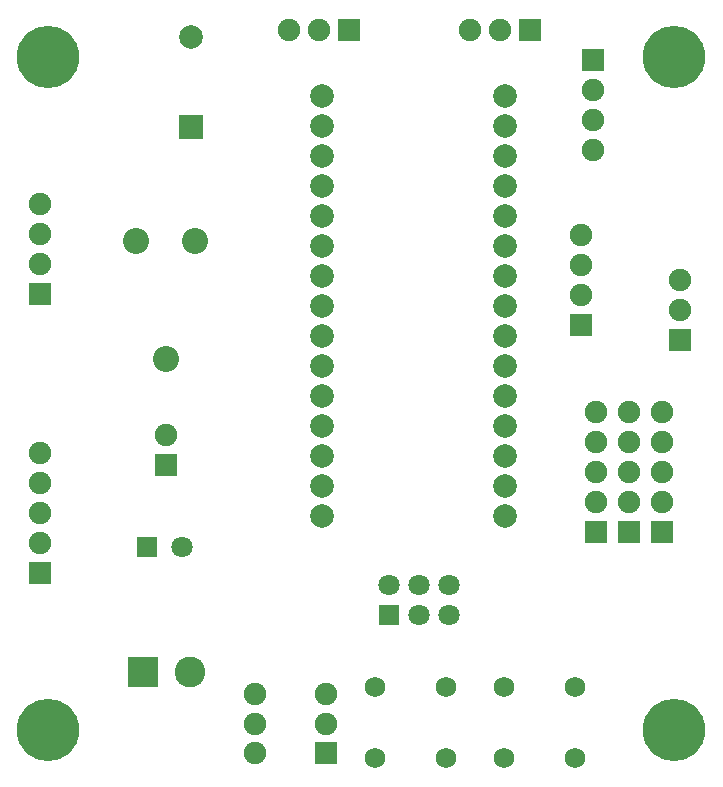
<source format=gbs>
G04*
G04 #@! TF.GenerationSoftware,Altium Limited,Altium Designer,20.0.2 (26)*
G04*
G04 Layer_Color=16711935*
%FSLAX24Y24*%
%MOIN*%
G70*
G01*
G75*
%ADD22C,0.0789*%
%ADD23C,0.2080*%
%ADD24C,0.0680*%
%ADD25C,0.0867*%
%ADD26R,0.0789X0.0789*%
%ADD27C,0.0749*%
%ADD28R,0.0749X0.0749*%
%ADD29R,0.0749X0.0749*%
%ADD30C,0.0710*%
%ADD31R,0.0710X0.0710*%
%ADD32R,0.1025X0.1025*%
%ADD33C,0.1025*%
D22*
X33650Y29000D02*
D03*
Y30000D02*
D03*
Y31000D02*
D03*
Y32000D02*
D03*
Y33000D02*
D03*
Y34000D02*
D03*
Y35000D02*
D03*
Y36000D02*
D03*
Y37000D02*
D03*
Y38000D02*
D03*
Y39000D02*
D03*
Y40000D02*
D03*
Y41000D02*
D03*
Y42000D02*
D03*
Y43000D02*
D03*
X27548Y29000D02*
D03*
Y30000D02*
D03*
Y31000D02*
D03*
Y32000D02*
D03*
Y33000D02*
D03*
Y34000D02*
D03*
Y35000D02*
D03*
Y36000D02*
D03*
Y37000D02*
D03*
Y38000D02*
D03*
Y39000D02*
D03*
Y40000D02*
D03*
Y41000D02*
D03*
Y42000D02*
D03*
Y43000D02*
D03*
X23196Y44942D02*
D03*
D23*
X39300Y44291D02*
D03*
X18434Y21850D02*
D03*
X39300D02*
D03*
X18434Y44291D02*
D03*
D24*
X29319Y20919D02*
D03*
X31681D02*
D03*
X29319Y23281D02*
D03*
X31681D02*
D03*
X33619Y20919D02*
D03*
X35981D02*
D03*
X33619Y23281D02*
D03*
X35981D02*
D03*
D25*
X23334Y38168D02*
D03*
X22350Y34232D02*
D03*
X21366Y38168D02*
D03*
D26*
X23196Y41950D02*
D03*
D27*
X36580Y41200D02*
D03*
Y42200D02*
D03*
Y43200D02*
D03*
X36200Y38350D02*
D03*
Y37350D02*
D03*
Y36350D02*
D03*
X38900Y32450D02*
D03*
Y31450D02*
D03*
Y30450D02*
D03*
Y29450D02*
D03*
X37800Y32450D02*
D03*
Y31450D02*
D03*
Y30450D02*
D03*
Y29450D02*
D03*
X36700Y32450D02*
D03*
Y31450D02*
D03*
Y30450D02*
D03*
Y29450D02*
D03*
X32500Y45200D02*
D03*
X33500D02*
D03*
X26450Y45200D02*
D03*
X27450D02*
D03*
X27681Y23055D02*
D03*
Y22070D02*
D03*
X25319Y23055D02*
D03*
Y22070D02*
D03*
Y21086D02*
D03*
X39500Y36859D02*
D03*
Y35859D02*
D03*
X18150Y28100D02*
D03*
Y29100D02*
D03*
Y30100D02*
D03*
Y31100D02*
D03*
Y37400D02*
D03*
Y38400D02*
D03*
Y39400D02*
D03*
X22350Y31700D02*
D03*
D28*
X36580Y44200D02*
D03*
X36200Y35350D02*
D03*
X34500Y45200D02*
D03*
X28450Y45200D02*
D03*
X27681Y21086D02*
D03*
X18150Y27100D02*
D03*
Y36400D02*
D03*
X22350Y30700D02*
D03*
D29*
X38900Y28450D02*
D03*
X37800D02*
D03*
X36700D02*
D03*
X39500Y34859D02*
D03*
D30*
X31800Y26700D02*
D03*
Y25700D02*
D03*
X30800Y26700D02*
D03*
Y25700D02*
D03*
X29800Y26700D02*
D03*
X22891Y27950D02*
D03*
D31*
X29800Y25700D02*
D03*
X21709Y27950D02*
D03*
D32*
X21600Y23800D02*
D03*
D33*
X23159D02*
D03*
M02*

</source>
